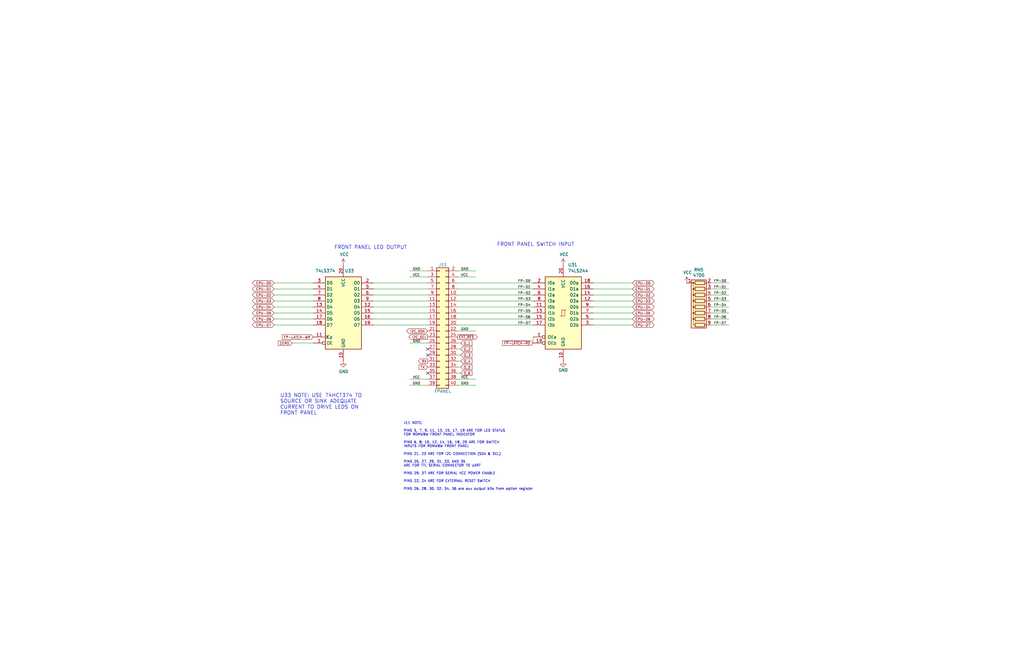
<source format=kicad_sch>
(kicad_sch (version 20211123) (generator eeschema)

  (uuid 2340b016-b90d-432d-884f-0e4647fe9b47)

  (paper "B")

  (title_block
    (title "Duodyne 65265 CPU board")
    (date "2025-04-12")
    (rev "V0.5")
  )

  (lib_symbols
    (symbol "74xx:74HCT374" (in_bom yes) (on_board yes)
      (property "Reference" "U" (id 0) (at -7.62 16.51 0)
        (effects (font (size 1.27 1.27)))
      )
      (property "Value" "74HCT374" (id 1) (at -7.62 -16.51 0)
        (effects (font (size 1.27 1.27)))
      )
      (property "Footprint" "" (id 2) (at 0 0 0)
        (effects (font (size 1.27 1.27)) hide)
      )
      (property "Datasheet" "https://www.ti.com/lit/ds/symlink/cd74hct374.pdf" (id 3) (at 0 0 0)
        (effects (font (size 1.27 1.27)) hide)
      )
      (property "ki_keywords" "HCTMOS DFF DFF8 REG 3State" (id 4) (at 0 0 0)
        (effects (font (size 1.27 1.27)) hide)
      )
      (property "ki_description" "8-bit Register, 3-state outputs" (id 5) (at 0 0 0)
        (effects (font (size 1.27 1.27)) hide)
      )
      (property "ki_fp_filters" "DIP?20* SOIC?20* SO?20*" (id 6) (at 0 0 0)
        (effects (font (size 1.27 1.27)) hide)
      )
      (symbol "74HCT374_1_0"
        (pin input inverted (at -12.7 -12.7 0) (length 5.08)
          (name "OE" (effects (font (size 1.27 1.27))))
          (number "1" (effects (font (size 1.27 1.27))))
        )
        (pin power_in line (at 0 -20.32 90) (length 5.08)
          (name "GND" (effects (font (size 1.27 1.27))))
          (number "10" (effects (font (size 1.27 1.27))))
        )
        (pin input clock (at -12.7 -10.16 0) (length 5.08)
          (name "Cp" (effects (font (size 1.27 1.27))))
          (number "11" (effects (font (size 1.27 1.27))))
        )
        (pin tri_state line (at 12.7 2.54 180) (length 5.08)
          (name "O4" (effects (font (size 1.27 1.27))))
          (number "12" (effects (font (size 1.27 1.27))))
        )
        (pin input line (at -12.7 2.54 0) (length 5.08)
          (name "D4" (effects (font (size 1.27 1.27))))
          (number "13" (effects (font (size 1.27 1.27))))
        )
        (pin input line (at -12.7 0 0) (length 5.08)
          (name "D5" (effects (font (size 1.27 1.27))))
          (number "14" (effects (font (size 1.27 1.27))))
        )
        (pin tri_state line (at 12.7 0 180) (length 5.08)
          (name "O5" (effects (font (size 1.27 1.27))))
          (number "15" (effects (font (size 1.27 1.27))))
        )
        (pin tri_state line (at 12.7 -2.54 180) (length 5.08)
          (name "O6" (effects (font (size 1.27 1.27))))
          (number "16" (effects (font (size 1.27 1.27))))
        )
        (pin input line (at -12.7 -2.54 0) (length 5.08)
          (name "D6" (effects (font (size 1.27 1.27))))
          (number "17" (effects (font (size 1.27 1.27))))
        )
        (pin input line (at -12.7 -5.08 0) (length 5.08)
          (name "D7" (effects (font (size 1.27 1.27))))
          (number "18" (effects (font (size 1.27 1.27))))
        )
        (pin tri_state line (at 12.7 -5.08 180) (length 5.08)
          (name "O7" (effects (font (size 1.27 1.27))))
          (number "19" (effects (font (size 1.27 1.27))))
        )
        (pin tri_state line (at 12.7 12.7 180) (length 5.08)
          (name "O0" (effects (font (size 1.27 1.27))))
          (number "2" (effects (font (size 1.27 1.27))))
        )
        (pin power_in line (at 0 20.32 270) (length 5.08)
          (name "VCC" (effects (font (size 1.27 1.27))))
          (number "20" (effects (font (size 1.27 1.27))))
        )
        (pin input line (at -12.7 12.7 0) (length 5.08)
          (name "D0" (effects (font (size 1.27 1.27))))
          (number "3" (effects (font (size 1.27 1.27))))
        )
        (pin input line (at -12.7 10.16 0) (length 5.08)
          (name "D1" (effects (font (size 1.27 1.27))))
          (number "4" (effects (font (size 1.27 1.27))))
        )
        (pin tri_state line (at 12.7 10.16 180) (length 5.08)
          (name "O1" (effects (font (size 1.27 1.27))))
          (number "5" (effects (font (size 1.27 1.27))))
        )
        (pin tri_state line (at 12.7 7.62 180) (length 5.08)
          (name "O2" (effects (font (size 1.27 1.27))))
          (number "6" (effects (font (size 1.27 1.27))))
        )
        (pin input line (at -12.7 7.62 0) (length 5.08)
          (name "D2" (effects (font (size 1.27 1.27))))
          (number "7" (effects (font (size 1.27 1.27))))
        )
        (pin input line (at -12.7 5.08 0) (length 5.08)
          (name "D3" (effects (font (size 1.27 1.27))))
          (number "8" (effects (font (size 1.27 1.27))))
        )
        (pin tri_state line (at 12.7 5.08 180) (length 5.08)
          (name "O3" (effects (font (size 1.27 1.27))))
          (number "9" (effects (font (size 1.27 1.27))))
        )
      )
      (symbol "74HCT374_1_1"
        (rectangle (start -7.62 15.24) (end 7.62 -15.24)
          (stroke (width 0.254) (type default) (color 0 0 0 0))
          (fill (type background))
        )
      )
    )
    (symbol "74xx:74LS244" (pin_names (offset 1.016)) (in_bom yes) (on_board yes)
      (property "Reference" "U" (id 0) (at -7.62 16.51 0)
        (effects (font (size 1.27 1.27)))
      )
      (property "Value" "74LS244" (id 1) (at -7.62 -16.51 0)
        (effects (font (size 1.27 1.27)))
      )
      (property "Footprint" "" (id 2) (at 0 0 0)
        (effects (font (size 1.27 1.27)) hide)
      )
      (property "Datasheet" "http://www.ti.com/lit/ds/symlink/sn74ls244.pdf" (id 3) (at 0 0 0)
        (effects (font (size 1.27 1.27)) hide)
      )
      (property "ki_keywords" "7400 logic ttl low power schottky" (id 4) (at 0 0 0)
        (effects (font (size 1.27 1.27)) hide)
      )
      (property "ki_description" "Octal Buffer and Line Driver With 3-State Output, active-low enables, non-inverting outputs" (id 5) (at 0 0 0)
        (effects (font (size 1.27 1.27)) hide)
      )
      (property "ki_fp_filters" "DIP?20*" (id 6) (at 0 0 0)
        (effects (font (size 1.27 1.27)) hide)
      )
      (symbol "74LS244_1_0"
        (polyline
          (pts
            (xy -0.635 -1.27)
            (xy -0.635 1.27)
            (xy 0.635 1.27)
          )
          (stroke (width 0) (type default) (color 0 0 0 0))
          (fill (type none))
        )
        (polyline
          (pts
            (xy -1.27 -1.27)
            (xy 0.635 -1.27)
            (xy 0.635 1.27)
            (xy 1.27 1.27)
          )
          (stroke (width 0) (type default) (color 0 0 0 0))
          (fill (type none))
        )
        (pin input inverted (at -12.7 -10.16 0) (length 5.08)
          (name "OEa" (effects (font (size 1.27 1.27))))
          (number "1" (effects (font (size 1.27 1.27))))
        )
        (pin power_in line (at 0 -20.32 90) (length 5.08)
          (name "GND" (effects (font (size 1.27 1.27))))
          (number "10" (effects (font (size 1.27 1.27))))
        )
        (pin input line (at -12.7 2.54 0) (length 5.08)
          (name "I0b" (effects (font (size 1.27 1.27))))
          (number "11" (effects (font (size 1.27 1.27))))
        )
        (pin tri_state line (at 12.7 5.08 180) (length 5.08)
          (name "O3a" (effects (font (size 1.27 1.27))))
          (number "12" (effects (font (size 1.27 1.27))))
        )
        (pin input line (at -12.7 0 0) (length 5.08)
          (name "I1b" (effects (font (size 1.27 1.27))))
          (number "13" (effects (font (size 1.27 1.27))))
        )
        (pin tri_state line (at 12.7 7.62 180) (length 5.08)
          (name "O2a" (effects (font (size 1.27 1.27))))
          (number "14" (effects (font (size 1.27 1.27))))
        )
        (pin input line (at -12.7 -2.54 0) (length 5.08)
          (name "I2b" (effects (font (size 1.27 1.27))))
          (number "15" (effects (font (size 1.27 1.27))))
        )
        (pin tri_state line (at 12.7 10.16 180) (length 5.08)
          (name "O1a" (effects (font (size 1.27 1.27))))
          (number "16" (effects (font (size 1.27 1.27))))
        )
        (pin input line (at -12.7 -5.08 0) (length 5.08)
          (name "I3b" (effects (font (size 1.27 1.27))))
          (number "17" (effects (font (size 1.27 1.27))))
        )
        (pin tri_state line (at 12.7 12.7 180) (length 5.08)
          (name "O0a" (effects (font (size 1.27 1.27))))
          (number "18" (effects (font (size 1.27 1.27))))
        )
        (pin input inverted (at -12.7 -12.7 0) (length 5.08)
          (name "OEb" (effects (font (size 1.27 1.27))))
          (number "19" (effects (font (size 1.27 1.27))))
        )
        (pin input line (at -12.7 12.7 0) (length 5.08)
          (name "I0a" (effects (font (size 1.27 1.27))))
          (number "2" (effects (font (size 1.27 1.27))))
        )
        (pin power_in line (at 0 20.32 270) (length 5.08)
          (name "VCC" (effects (font (size 1.27 1.27))))
          (number "20" (effects (font (size 1.27 1.27))))
        )
        (pin tri_state line (at 12.7 -5.08 180) (length 5.08)
          (name "O3b" (effects (font (size 1.27 1.27))))
          (number "3" (effects (font (size 1.27 1.27))))
        )
        (pin input line (at -12.7 10.16 0) (length 5.08)
          (name "I1a" (effects (font (size 1.27 1.27))))
          (number "4" (effects (font (size 1.27 1.27))))
        )
        (pin tri_state line (at 12.7 -2.54 180) (length 5.08)
          (name "O2b" (effects (font (size 1.27 1.27))))
          (number "5" (effects (font (size 1.27 1.27))))
        )
        (pin input line (at -12.7 7.62 0) (length 5.08)
          (name "I2a" (effects (font (size 1.27 1.27))))
          (number "6" (effects (font (size 1.27 1.27))))
        )
        (pin tri_state line (at 12.7 0 180) (length 5.08)
          (name "O1b" (effects (font (size 1.27 1.27))))
          (number "7" (effects (font (size 1.27 1.27))))
        )
        (pin input line (at -12.7 5.08 0) (length 5.08)
          (name "I3a" (effects (font (size 1.27 1.27))))
          (number "8" (effects (font (size 1.27 1.27))))
        )
        (pin tri_state line (at 12.7 2.54 180) (length 5.08)
          (name "O0b" (effects (font (size 1.27 1.27))))
          (number "9" (effects (font (size 1.27 1.27))))
        )
      )
      (symbol "74LS244_1_1"
        (rectangle (start -7.62 15.24) (end 7.62 -15.24)
          (stroke (width 0.254) (type default) (color 0 0 0 0))
          (fill (type background))
        )
      )
    )
    (symbol "Connector_Generic:Conn_02x20_Odd_Even" (pin_names (offset 1.016) hide) (in_bom yes) (on_board yes)
      (property "Reference" "J" (id 0) (at 1.27 25.4 0)
        (effects (font (size 1.27 1.27)))
      )
      (property "Value" "Conn_02x20_Odd_Even" (id 1) (at 1.27 -27.94 0)
        (effects (font (size 1.27 1.27)))
      )
      (property "Footprint" "" (id 2) (at 0 0 0)
        (effects (font (size 1.27 1.27)) hide)
      )
      (property "Datasheet" "~" (id 3) (at 0 0 0)
        (effects (font (size 1.27 1.27)) hide)
      )
      (property "ki_keywords" "connector" (id 4) (at 0 0 0)
        (effects (font (size 1.27 1.27)) hide)
      )
      (property "ki_description" "Generic connector, double row, 02x20, odd/even pin numbering scheme (row 1 odd numbers, row 2 even numbers), script generated (kicad-library-utils/schlib/autogen/connector/)" (id 5) (at 0 0 0)
        (effects (font (size 1.27 1.27)) hide)
      )
      (property "ki_fp_filters" "Connector*:*_2x??_*" (id 6) (at 0 0 0)
        (effects (font (size 1.27 1.27)) hide)
      )
      (symbol "Conn_02x20_Odd_Even_1_1"
        (rectangle (start -1.27 -25.273) (end 0 -25.527)
          (stroke (width 0.1524) (type default) (color 0 0 0 0))
          (fill (type none))
        )
        (rectangle (start -1.27 -22.733) (end 0 -22.987)
          (stroke (width 0.1524) (type default) (color 0 0 0 0))
          (fill (type none))
        )
        (rectangle (start -1.27 -20.193) (end 0 -20.447)
          (stroke (width 0.1524) (type default) (color 0 0 0 0))
          (fill (type none))
        )
        (rectangle (start -1.27 -17.653) (end 0 -17.907)
          (stroke (width 0.1524) (type default) (color 0 0 0 0))
          (fill (type none))
        )
        (rectangle (start -1.27 -15.113) (end 0 -15.367)
          (stroke (width 0.1524) (type default) (color 0 0 0 0))
          (fill (type none))
        )
        (rectangle (start -1.27 -12.573) (end 0 -12.827)
          (stroke (width 0.1524) (type default) (color 0 0 0 0))
          (fill (type none))
        )
        (rectangle (start -1.27 -10.033) (end 0 -10.287)
          (stroke (width 0.1524) (type default) (color 0 0 0 0))
          (fill (type none))
        )
        (rectangle (start -1.27 -7.493) (end 0 -7.747)
          (stroke (width 0.1524) (type default) (color 0 0 0 0))
          (fill (type none))
        )
        (rectangle (start -1.27 -4.953) (end 0 -5.207)
          (stroke (width 0.1524) (type default) (color 0 0 0 0))
          (fill (type none))
        )
        (rectangle (start -1.27 -2.413) (end 0 -2.667)
          (stroke (width 0.1524) (type default) (color 0 0 0 0))
          (fill (type none))
        )
        (rectangle (start -1.27 0.127) (end 0 -0.127)
          (stroke (width 0.1524) (type default) (color 0 0 0 0))
          (fill (type none))
        )
        (rectangle (start -1.27 2.667) (end 0 2.413)
          (stroke (width 0.1524) (type default) (color 0 0 0 0))
          (fill (type none))
        )
        (rectangle (start -1.27 5.207) (end 0 4.953)
          (stroke (width 0.1524) (type default) (color 0 0 0 0))
          (fill (type none))
        )
        (rectangle (start -1.27 7.747) (end 0 7.493)
          (stroke (width 0.1524) (type default) (color 0 0 0 0))
          (fill (type none))
        )
        (rectangle (start -1.27 10.287) (end 0 10.033)
          (stroke (width 0.1524) (type default) (color 0 0 0 0))
          (fill (type none))
        )
        (rectangle (start -1.27 12.827) (end 0 12.573)
          (stroke (width 0.1524) (type default) (color 0 0 0 0))
          (fill (type none))
        )
        (rectangle (start -1.27 15.367) (end 0 15.113)
          (stroke (width 0.1524) (type default) (color 0 0 0 0))
          (fill (type none))
        )
        (rectangle (start -1.27 17.907) (end 0 17.653)
          (stroke (width 0.1524) (type default) (color 0 0 0 0))
          (fill (type none))
        )
        (rectangle (start -1.27 20.447) (end 0 20.193)
          (stroke (width 0.1524) (type default) (color 0 0 0 0))
          (fill (type none))
        )
        (rectangle (start -1.27 22.987) (end 0 22.733)
          (stroke (width 0.1524) (type default) (color 0 0 0 0))
          (fill (type none))
        )
        (rectangle (start -1.27 24.13) (end 3.81 -26.67)
          (stroke (width 0.254) (type default) (color 0 0 0 0))
          (fill (type background))
        )
        (rectangle (start 3.81 -25.273) (end 2.54 -25.527)
          (stroke (width 0.1524) (type default) (color 0 0 0 0))
          (fill (type none))
        )
        (rectangle (start 3.81 -22.733) (end 2.54 -22.987)
          (stroke (width 0.1524) (type default) (color 0 0 0 0))
          (fill (type none))
        )
        (rectangle (start 3.81 -20.193) (end 2.54 -20.447)
          (stroke (width 0.1524) (type default) (color 0 0 0 0))
          (fill (type none))
        )
        (rectangle (start 3.81 -17.653) (end 2.54 -17.907)
          (stroke (width 0.1524) (type default) (color 0 0 0 0))
          (fill (type none))
        )
        (rectangle (start 3.81 -15.113) (end 2.54 -15.367)
          (stroke (width 0.1524) (type default) (color 0 0 0 0))
          (fill (type none))
        )
        (rectangle (start 3.81 -12.573) (end 2.54 -12.827)
          (stroke (width 0.1524) (type default) (color 0 0 0 0))
          (fill (type none))
        )
        (rectangle (start 3.81 -10.033) (end 2.54 -10.287)
          (stroke (width 0.1524) (type default) (color 0 0 0 0))
          (fill (type none))
        )
        (rectangle (start 3.81 -7.493) (end 2.54 -7.747)
          (stroke (width 0.1524) (type default) (color 0 0 0 0))
          (fill (type none))
        )
        (rectangle (start 3.81 -4.953) (end 2.54 -5.207)
          (stroke (width 0.1524) (type default) (color 0 0 0 0))
          (fill (type none))
        )
        (rectangle (start 3.81 -2.413) (end 2.54 -2.667)
          (stroke (width 0.1524) (type default) (color 0 0 0 0))
          (fill (type none))
        )
        (rectangle (start 3.81 0.127) (end 2.54 -0.127)
          (stroke (width 0.1524) (type default) (color 0 0 0 0))
          (fill (type none))
        )
        (rectangle (start 3.81 2.667) (end 2.54 2.413)
          (stroke (width 0.1524) (type default) (color 0 0 0 0))
          (fill (type none))
        )
        (rectangle (start 3.81 5.207) (end 2.54 4.953)
          (stroke (width 0.1524) (type default) (color 0 0 0 0))
          (fill (type none))
        )
        (rectangle (start 3.81 7.747) (end 2.54 7.493)
          (stroke (width 0.1524) (type default) (color 0 0 0 0))
          (fill (type none))
        )
        (rectangle (start 3.81 10.287) (end 2.54 10.033)
          (stroke (width 0.1524) (type default) (color 0 0 0 0))
          (fill (type none))
        )
        (rectangle (start 3.81 12.827) (end 2.54 12.573)
          (stroke (width 0.1524) (type default) (color 0 0 0 0))
          (fill (type none))
        )
        (rectangle (start 3.81 15.367) (end 2.54 15.113)
          (stroke (width 0.1524) (type default) (color 0 0 0 0))
          (fill (type none))
        )
        (rectangle (start 3.81 17.907) (end 2.54 17.653)
          (stroke (width 0.1524) (type default) (color 0 0 0 0))
          (fill (type none))
        )
        (rectangle (start 3.81 20.447) (end 2.54 20.193)
          (stroke (width 0.1524) (type default) (color 0 0 0 0))
          (fill (type none))
        )
        (rectangle (start 3.81 22.987) (end 2.54 22.733)
          (stroke (width 0.1524) (type default) (color 0 0 0 0))
          (fill (type none))
        )
        (pin passive line (at -5.08 22.86 0) (length 3.81)
          (name "Pin_1" (effects (font (size 1.27 1.27))))
          (number "1" (effects (font (size 1.27 1.27))))
        )
        (pin passive line (at 7.62 12.7 180) (length 3.81)
          (name "Pin_10" (effects (font (size 1.27 1.27))))
          (number "10" (effects (font (size 1.27 1.27))))
        )
        (pin passive line (at -5.08 10.16 0) (length 3.81)
          (name "Pin_11" (effects (font (size 1.27 1.27))))
          (number "11" (effects (font (size 1.27 1.27))))
        )
        (pin passive line (at 7.62 10.16 180) (length 3.81)
          (name "Pin_12" (effects (font (size 1.27 1.27))))
          (number "12" (effects (font (size 1.27 1.27))))
        )
        (pin passive line (at -5.08 7.62 0) (length 3.81)
          (name "Pin_13" (effects (font (size 1.27 1.27))))
          (number "13" (effects (font (size 1.27 1.27))))
        )
        (pin passive line (at 7.62 7.62 180) (length 3.81)
          (name "Pin_14" (effects (font (size 1.27 1.27))))
          (number "14" (effects (font (size 1.27 1.27))))
        )
        (pin passive line (at -5.08 5.08 0) (length 3.81)
          (name "Pin_15" (effects (font (size 1.27 1.27))))
          (number "15" (effects (font (size 1.27 1.27))))
        )
        (pin passive line (at 7.62 5.08 180) (length 3.81)
          (name "Pin_16" (effects (font (size 1.27 1.27))))
          (number "16" (effects (font (size 1.27 1.27))))
        )
        (pin passive line (at -5.08 2.54 0) (length 3.81)
          (name "Pin_17" (effects (font (size 1.27 1.27))))
          (number "17" (effects (font (size 1.27 1.27))))
        )
        (pin passive line (at 7.62 2.54 180) (length 3.81)
          (name "Pin_18" (effects (font (size 1.27 1.27))))
          (number "18" (effects (font (size 1.27 1.27))))
        )
        (pin passive line (at -5.08 0 0) (length 3.81)
          (name "Pin_19" (effects (font (size 1.27 1.27))))
          (number "19" (effects (font (size 1.27 1.27))))
        )
        (pin passive line (at 7.62 22.86 180) (length 3.81)
          (name "Pin_2" (effects (font (size 1.27 1.27))))
          (number "2" (effects (font (size 1.27 1.27))))
        )
        (pin passive line (at 7.62 0 180) (length 3.81)
          (name "Pin_20" (effects (font (size 1.27 1.27))))
          (number "20" (effects (font (size 1.27 1.27))))
        )
        (pin passive line (at -5.08 -2.54 0) (length 3.81)
          (name "Pin_21" (effects (font (size 1.27 1.27))))
          (number "21" (effects (font (size 1.27 1.27))))
        )
        (pin passive line (at 7.62 -2.54 180) (length 3.81)
          (name "Pin_22" (effects (font (size 1.27 1.27))))
          (number "22" (effects (font (size 1.27 1.27))))
        )
        (pin passive line (at -5.08 -5.08 0) (length 3.81)
          (name "Pin_23" (effects (font (size 1.27 1.27))))
          (number "23" (effects (font (size 1.27 1.27))))
        )
        (pin passive line (at 7.62 -5.08 180) (length 3.81)
          (name "Pin_24" (effects (font (size 1.27 1.27))))
          (number "24" (effects (font (size 1.27 1.27))))
        )
        (pin passive line (at -5.08 -7.62 0) (length 3.81)
          (name "Pin_25" (effects (font (size 1.27 1.27))))
          (number "25" (effects (font (size 1.27 1.27))))
        )
        (pin passive line (at 7.62 -7.62 180) (length 3.81)
          (name "Pin_26" (effects (font (size 1.27 1.27))))
          (number "26" (effects (font (size 1.27 1.27))))
        )
        (pin passive line (at -5.08 -10.16 0) (length 3.81)
          (name "Pin_27" (effects (font (size 1.27 1.27))))
          (number "27" (effects (font (size 1.27 1.27))))
        )
        (pin passive line (at 7.62 -10.16 180) (length 3.81)
          (name "Pin_28" (effects (font (size 1.27 1.27))))
          (number "28" (effects (font (size 1.27 1.27))))
        )
        (pin passive line (at -5.08 -12.7 0) (length 3.81)
          (name "Pin_29" (effects (font (size 1.27 1.27))))
          (number "29" (effects (font (size 1.27 1.27))))
        )
        (pin passive line (at -5.08 20.32 0) (length 3.81)
          (name "Pin_3" (effects (font (size 1.27 1.27))))
          (number "3" (effects (font (size 1.27 1.27))))
        )
        (pin passive line (at 7.62 -12.7 180) (length 3.81)
          (name "Pin_30" (effects (font (size 1.27 1.27))))
          (number "30" (effects (font (size 1.27 1.27))))
        )
        (pin passive line (at -5.08 -15.24 0) (length 3.81)
          (name "Pin_31" (effects (font (size 1.27 1.27))))
          (number "31" (effects (font (size 1.27 1.27))))
        )
        (pin passive line (at 7.62 -15.24 180) (length 3.81)
          (name "Pin_32" (effects (font (size 1.27 1.27))))
          (number "32" (effects (font (size 1.27 1.27))))
        )
        (pin passive line (at -5.08 -17.78 0) (length 3.81)
          (name "Pin_33" (effects (font (size 1.27 1.27))))
          (number "33" (effects (font (size 1.27 1.27))))
        )
        (pin passive line (at 7.62 -17.78 180) (length 3.81)
          (name "Pin_34" (effects (font (size 1.27 1.27))))
          (number "34" (effects (font (size 1.27 1.27))))
        )
        (pin passive line (at -5.08 -20.32 0) (length 3.81)
          (name "Pin_35" (effects (font (size 1.27 1.27))))
          (number "35" (effects (font (size 1.27 1.27))))
        )
        (pin passive line (at 7.62 -20.32 180) (length 3.81)
          (name "Pin_36" (effects (font (size 1.27 1.27))))
          (number "36" (effects (font (size 1.27 1.27))))
        )
        (pin passive line (at -5.08 -22.86 0) (length 3.81)
          (name "Pin_37" (effects (font (size 1.27 1.27))))
          (number "37" (effects (font (size 1.27 1.27))))
        )
        (pin passive line (at 7.62 -22.86 180) (length 3.81)
          (name "Pin_38" (effects (font (size 1.27 1.27))))
          (number "38" (effects (font (size 1.27 1.27))))
        )
        (pin passive line (at -5.08 -25.4 0) (length 3.81)
          (name "Pin_39" (effects (font (size 1.27 1.27))))
          (number "39" (effects (font (size 1.27 1.27))))
        )
        (pin passive line (at 7.62 20.32 180) (length 3.81)
          (name "Pin_4" (effects (font (size 1.27 1.27))))
          (number "4" (effects (font (size 1.27 1.27))))
        )
        (pin passive line (at 7.62 -25.4 180) (length 3.81)
          (name "Pin_40" (effects (font (size 1.27 1.27))))
          (number "40" (effects (font (size 1.27 1.27))))
        )
        (pin passive line (at -5.08 17.78 0) (length 3.81)
          (name "Pin_5" (effects (font (size 1.27 1.27))))
          (number "5" (effects (font (size 1.27 1.27))))
        )
        (pin passive line (at 7.62 17.78 180) (length 3.81)
          (name "Pin_6" (effects (font (size 1.27 1.27))))
          (number "6" (effects (font (size 1.27 1.27))))
        )
        (pin passive line (at -5.08 15.24 0) (length 3.81)
          (name "Pin_7" (effects (font (size 1.27 1.27))))
          (number "7" (effects (font (size 1.27 1.27))))
        )
        (pin passive line (at 7.62 15.24 180) (length 3.81)
          (name "Pin_8" (effects (font (size 1.27 1.27))))
          (number "8" (effects (font (size 1.27 1.27))))
        )
        (pin passive line (at -5.08 12.7 0) (length 3.81)
          (name "Pin_9" (effects (font (size 1.27 1.27))))
          (number "9" (effects (font (size 1.27 1.27))))
        )
      )
    )
    (symbol "Device:R_Network08" (pin_names (offset 0) hide) (in_bom yes) (on_board yes)
      (property "Reference" "RN" (id 0) (at -12.7 0 90)
        (effects (font (size 1.27 1.27)))
      )
      (property "Value" "R_Network08" (id 1) (at 10.16 0 90)
        (effects (font (size 1.27 1.27)))
      )
      (property "Footprint" "Resistor_THT:R_Array_SIP9" (id 2) (at 12.065 0 90)
        (effects (font (size 1.27 1.27)) hide)
      )
      (property "Datasheet" "http://www.vishay.com/docs/31509/csc.pdf" (id 3) (at 0 0 0)
        (effects (font (size 1.27 1.27)) hide)
      )
      (property "ki_keywords" "R network star-topology" (id 4) (at 0 0 0)
        (effects (font (size 1.27 1.27)) hide)
      )
      (property "ki_description" "8 resistor network, star topology, bussed resistors, small symbol" (id 5) (at 0 0 0)
        (effects (font (size 1.27 1.27)) hide)
      )
      (property "ki_fp_filters" "R?Array?SIP*" (id 6) (at 0 0 0)
        (effects (font (size 1.27 1.27)) hide)
      )
      (symbol "R_Network08_0_1"
        (rectangle (start -11.43 -3.175) (end 8.89 3.175)
          (stroke (width 0.254) (type default) (color 0 0 0 0))
          (fill (type background))
        )
        (rectangle (start -10.922 1.524) (end -9.398 -2.54)
          (stroke (width 0.254) (type default) (color 0 0 0 0))
          (fill (type none))
        )
        (circle (center -10.16 2.286) (radius 0.254)
          (stroke (width 0) (type default) (color 0 0 0 0))
          (fill (type outline))
        )
        (rectangle (start -8.382 1.524) (end -6.858 -2.54)
          (stroke (width 0.254) (type default) (color 0 0 0 0))
          (fill (type none))
        )
        (circle (center -7.62 2.286) (radius 0.254)
          (stroke (width 0) (type default) (color 0 0 0 0))
          (fill (type outline))
        )
        (rectangle (start -5.842 1.524) (end -4.318 -2.54)
          (stroke (width 0.254) (type default) (color 0 0 0 0))
          (fill (type none))
        )
        (circle (center -5.08 2.286) (radius 0.254)
          (stroke (width 0) (type default) (color 0 0 0 0))
          (fill (type outline))
        )
        (rectangle (start -3.302 1.524) (end -1.778 -2.54)
          (stroke (width 0.254) (type default) (color 0 0 0 0))
          (fill (type none))
        )
        (circle (center -2.54 2.286) (radius 0.254)
          (stroke (width 0) (type default) (color 0 0 0 0))
          (fill (type outline))
        )
        (rectangle (start -0.762 1.524) (end 0.762 -2.54)
          (stroke (width 0.254) (type default) (color 0 0 0 0))
          (fill (type none))
        )
        (polyline
          (pts
            (xy -10.16 -2.54)
            (xy -10.16 -3.81)
          )
          (stroke (width 0) (type default) (color 0 0 0 0))
          (fill (type none))
        )
        (polyline
          (pts
            (xy -7.62 -2.54)
            (xy -7.62 -3.81)
          )
          (stroke (width 0) (type default) (color 0 0 0 0))
          (fill (type none))
        )
        (polyline
          (pts
            (xy -5.08 -2.54)
            (xy -5.08 -3.81)
          )
          (stroke (width 0) (type default) (color 0 0 0 0))
          (fill (type none))
        )
        (polyline
          (pts
            (xy -2.54 -2.54)
            (xy -2.54 -3.81)
          )
          (stroke (width 0) (type default) (color 0 0 0 0))
          (fill (type none))
        )
        (polyline
          (pts
            (xy 0 -2.54)
            (xy 0 -3.81)
          )
          (stroke (width 0) (type default) (color 0 0 0 0))
          (fill (type none))
        )
        (polyline
          (pts
            (xy 2.54 -2.54)
            (xy 2.54 -3.81)
          )
          (stroke (width 0) (type default) (color 0 0 0 0))
          (fill (type none))
        )
        (polyline
          (pts
            (xy 5.08 -2.54)
            (xy 5.08 -3.81)
          )
          (stroke (width 0) (type default) (color 0 0 0 0))
          (fill (type none))
        )
        (polyline
          (pts
            (xy 7.62 -2.54)
            (xy 7.62 -3.81)
          )
          (stroke (width 0) (type default) (color 0 0 0 0))
          (fill (type none))
        )
        (polyline
          (pts
            (xy -10.16 1.524)
            (xy -10.16 2.286)
            (xy -7.62 2.286)
            (xy -7.62 1.524)
          )
          (stroke (width 0) (type default) (color 0 0 0 0))
          (fill (type none))
        )
        (polyline
          (pts
            (xy -7.62 1.524)
            (xy -7.62 2.286)
            (xy -5.08 2.286)
            (xy -5.08 1.524)
          )
          (stroke (width 0) (type default) (color 0 0 0 0))
          (fill (type none))
        )
        (polyline
          (pts
            (xy -5.08 1.524)
            (xy -5.08 2.286)
            (xy -2.54 2.286)
            (xy -2.54 1.524)
          )
          (stroke (width 0) (type default) (color 0 0 0 0))
          (fill (type none))
        )
        (polyline
          (pts
            (xy -2.54 1.524)
            (xy -2.54 2.286)
            (xy 0 2.286)
            (xy 0 1.524)
          )
          (stroke (width 0) (type default) (color 0 0 0 0))
          (fill (type none))
        )
        (polyline
          (pts
            (xy 0 1.524)
            (xy 0 2.286)
            (xy 2.54 2.286)
            (xy 2.54 1.524)
          )
          (stroke (width 0) (type default) (color 0 0 0 0))
          (fill (type none))
        )
        (polyline
          (pts
            (xy 2.54 1.524)
            (xy 2.54 2.286)
            (xy 5.08 2.286)
            (xy 5.08 1.524)
          )
          (stroke (width 0) (type default) (color 0 0 0 0))
          (fill (type none))
        )
        (polyline
          (pts
            (xy 5.08 1.524)
            (xy 5.08 2.286)
            (xy 7.62 2.286)
            (xy 7.62 1.524)
          )
          (stroke (width 0) (type default) (color 0 0 0 0))
          (fill (type none))
        )
        (circle (center 0 2.286) (radius 0.254)
          (stroke (width 0) (type default) (color 0 0 0 0))
          (fill (type outline))
        )
        (rectangle (start 1.778 1.524) (end 3.302 -2.54)
          (stroke (width 0.254) (type default) (color 0 0 0 0))
          (fill (type none))
        )
        (circle (center 2.54 2.286) (radius 0.254)
          (stroke (width 0) (type default) (color 0 0 0 0))
          (fill (type outline))
        )
        (rectangle (start 4.318 1.524) (end 5.842 -2.54)
          (stroke (width 0.254) (type default) (color 0 0 0 0))
          (fill (type none))
        )
        (circle (center 5.08 2.286) (radius 0.254)
          (stroke (width 0) (type default) (color 0 0 0 0))
          (fill (type outline))
        )
        (rectangle (start 6.858 1.524) (end 8.382 -2.54)
          (stroke (width 0.254) (type default) (color 0 0 0 0))
          (fill (type none))
        )
      )
      (symbol "R_Network08_1_1"
        (pin passive line (at -10.16 5.08 270) (length 2.54)
          (name "common" (effects (font (size 1.27 1.27))))
          (number "1" (effects (font (size 1.27 1.27))))
        )
        (pin passive line (at -10.16 -5.08 90) (length 1.27)
          (name "R1" (effects (font (size 1.27 1.27))))
          (number "2" (effects (font (size 1.27 1.27))))
        )
        (pin passive line (at -7.62 -5.08 90) (length 1.27)
          (name "R2" (effects (font (size 1.27 1.27))))
          (number "3" (effects (font (size 1.27 1.27))))
        )
        (pin passive line (at -5.08 -5.08 90) (length 1.27)
          (name "R3" (effects (font (size 1.27 1.27))))
          (number "4" (effects (font (size 1.27 1.27))))
        )
        (pin passive line (at -2.54 -5.08 90) (length 1.27)
          (name "R4" (effects (font (size 1.27 1.27))))
          (number "5" (effects (font (size 1.27 1.27))))
        )
        (pin passive line (at 0 -5.08 90) (length 1.27)
          (name "R5" (effects (font (size 1.27 1.27))))
          (number "6" (effects (font (size 1.27 1.27))))
        )
        (pin passive line (at 2.54 -5.08 90) (length 1.27)
          (name "R6" (effects (font (size 1.27 1.27))))
          (number "7" (effects (font (size 1.27 1.27))))
        )
        (pin passive line (at 5.08 -5.08 90) (length 1.27)
          (name "R7" (effects (font (size 1.27 1.27))))
          (number "8" (effects (font (size 1.27 1.27))))
        )
        (pin passive line (at 7.62 -5.08 90) (length 1.27)
          (name "R8" (effects (font (size 1.27 1.27))))
          (number "9" (effects (font (size 1.27 1.27))))
        )
      )
    )
    (symbol "power:GND" (power) (pin_names (offset 0)) (in_bom yes) (on_board yes)
      (property "Reference" "#PWR" (id 0) (at 0 -6.35 0)
        (effects (font (size 1.27 1.27)) hide)
      )
      (property "Value" "GND" (id 1) (at 0 -3.81 0)
        (effects (font (size 1.27 1.27)))
      )
      (property "Footprint" "" (id 2) (at 0 0 0)
        (effects (font (size 1.27 1.27)) hide)
      )
      (property "Datasheet" "" (id 3) (at 0 0 0)
        (effects (font (size 1.27 1.27)) hide)
      )
      (property "ki_keywords" "global power" (id 4) (at 0 0 0)
        (effects (font (size 1.27 1.27)) hide)
      )
      (property "ki_description" "Power symbol creates a global label with name \"GND\" , ground" (id 5) (at 0 0 0)
        (effects (font (size 1.27 1.27)) hide)
      )
      (symbol "GND_0_1"
        (polyline
          (pts
            (xy 0 0)
            (xy 0 -1.27)
            (xy 1.27 -1.27)
            (xy 0 -2.54)
            (xy -1.27 -1.27)
            (xy 0 -1.27)
          )
          (stroke (width 0) (type default) (color 0 0 0 0))
          (fill (type none))
        )
      )
      (symbol "GND_1_1"
        (pin power_in line (at 0 0 270) (length 0) hide
          (name "GND" (effects (font (size 1.27 1.27))))
          (number "1" (effects (font (size 1.27 1.27))))
        )
      )
    )
    (symbol "power:VCC" (power) (pin_names (offset 0)) (in_bom yes) (on_board yes)
      (property "Reference" "#PWR" (id 0) (at 0 -3.81 0)
        (effects (font (size 1.27 1.27)) hide)
      )
      (property "Value" "VCC" (id 1) (at 0 3.81 0)
        (effects (font (size 1.27 1.27)))
      )
      (property "Footprint" "" (id 2) (at 0 0 0)
        (effects (font (size 1.27 1.27)) hide)
      )
      (property "Datasheet" "" (id 3) (at 0 0 0)
        (effects (font (size 1.27 1.27)) hide)
      )
      (property "ki_keywords" "global power" (id 4) (at 0 0 0)
        (effects (font (size 1.27 1.27)) hide)
      )
      (property "ki_description" "Power symbol creates a global label with name \"VCC\"" (id 5) (at 0 0 0)
        (effects (font (size 1.27 1.27)) hide)
      )
      (symbol "VCC_0_1"
        (polyline
          (pts
            (xy -0.762 1.27)
            (xy 0 2.54)
          )
          (stroke (width 0) (type default) (color 0 0 0 0))
          (fill (type none))
        )
        (polyline
          (pts
            (xy 0 0)
            (xy 0 2.54)
          )
          (stroke (width 0) (type default) (color 0 0 0 0))
          (fill (type none))
        )
        (polyline
          (pts
            (xy 0 2.54)
            (xy 0.762 1.27)
          )
          (stroke (width 0) (type default) (color 0 0 0 0))
          (fill (type none))
        )
      )
      (symbol "VCC_1_1"
        (pin power_in line (at 0 0 90) (length 0) hide
          (name "VCC" (effects (font (size 1.27 1.27))))
          (number "1" (effects (font (size 1.27 1.27))))
        )
      )
    )
  )


  (no_connect (at 180.34 157.48) (uuid 20e3c880-6a02-4fa9-8a81-275c88bd98f1))
  (no_connect (at 180.34 149.86) (uuid 2d26394f-250d-4888-98e8-7e809d989e69))
  (no_connect (at 180.34 147.32) (uuid f27f0418-6294-4623-a19b-4df41eeffb1e))

  (wire (pts (xy 193.04 114.3) (xy 200.66 114.3))
    (stroke (width 0) (type default) (color 0 0 0 0))
    (uuid 00d5019e-dad5-438c-bb22-dc6eb57aead2)
  )
  (wire (pts (xy 115.57 127) (xy 132.08 127))
    (stroke (width 0) (type default) (color 0 0 0 0))
    (uuid 0190f522-686b-459e-92bd-09c57b9cbd93)
  )
  (wire (pts (xy 299.72 127) (xy 307.34 127))
    (stroke (width 0) (type default) (color 0 0 0 0))
    (uuid 027ef838-367d-479d-aa5b-59398e12def7)
  )
  (wire (pts (xy 299.72 129.54) (xy 307.34 129.54))
    (stroke (width 0) (type default) (color 0 0 0 0))
    (uuid 066126d0-78a4-4050-873d-8b2e2c8ca89b)
  )
  (wire (pts (xy 250.19 121.92) (xy 266.7 121.92))
    (stroke (width 0) (type default) (color 0 0 0 0))
    (uuid 0af714a7-c28b-4b28-9ae3-19ed7e503040)
  )
  (wire (pts (xy 193.04 121.92) (xy 224.79 121.92))
    (stroke (width 0) (type default) (color 0 0 0 0))
    (uuid 0d0282e6-d1dc-4beb-a644-bca4425abd40)
  )
  (wire (pts (xy 157.48 134.62) (xy 180.34 134.62))
    (stroke (width 0) (type default) (color 0 0 0 0))
    (uuid 0f45e4e1-08f0-421a-8bfe-37b29c6de6c9)
  )
  (wire (pts (xy 115.57 134.62) (xy 132.08 134.62))
    (stroke (width 0) (type default) (color 0 0 0 0))
    (uuid 1512ccb7-32ae-406a-b12a-b847cd59eaa2)
  )
  (wire (pts (xy 193.04 124.46) (xy 224.79 124.46))
    (stroke (width 0) (type default) (color 0 0 0 0))
    (uuid 16d725b1-5c33-46d3-9b29-8cf402afdb8d)
  )
  (wire (pts (xy 224.79 142.24) (xy 224.79 144.78))
    (stroke (width 0) (type default) (color 0 0 0 0))
    (uuid 25922ea1-f77b-420a-a8d6-e27c37e14614)
  )
  (wire (pts (xy 172.72 160.02) (xy 180.34 160.02))
    (stroke (width 0) (type default) (color 0 0 0 0))
    (uuid 25995916-0065-42cc-92c1-21882e1d6aad)
  )
  (wire (pts (xy 172.72 162.56) (xy 180.34 162.56))
    (stroke (width 0) (type default) (color 0 0 0 0))
    (uuid 270506b0-0761-4803-a9db-92d4eabb999e)
  )
  (wire (pts (xy 172.72 114.3) (xy 180.34 114.3))
    (stroke (width 0) (type default) (color 0 0 0 0))
    (uuid 29cdba36-d177-44b0-9e3d-96ecc1d7f050)
  )
  (wire (pts (xy 193.04 119.38) (xy 224.79 119.38))
    (stroke (width 0) (type default) (color 0 0 0 0))
    (uuid 2fbcb071-663f-43a0-b237-df851233cff0)
  )
  (wire (pts (xy 193.04 154.94) (xy 194.31 154.94))
    (stroke (width 0) (type default) (color 0 0 0 0))
    (uuid 3309d2f4-048b-4658-a765-ec02121772b1)
  )
  (wire (pts (xy 193.04 160.02) (xy 200.66 160.02))
    (stroke (width 0) (type default) (color 0 0 0 0))
    (uuid 35fc9345-531c-4712-a784-e1d4f043afe8)
  )
  (wire (pts (xy 250.19 124.46) (xy 266.7 124.46))
    (stroke (width 0) (type default) (color 0 0 0 0))
    (uuid 41cf4a52-64a7-4fc1-bb0b-db7e8c0d116d)
  )
  (wire (pts (xy 115.57 129.54) (xy 132.08 129.54))
    (stroke (width 0) (type default) (color 0 0 0 0))
    (uuid 4219d084-5b28-4699-b4ee-568e7d81b6e7)
  )
  (wire (pts (xy 250.19 129.54) (xy 266.7 129.54))
    (stroke (width 0) (type default) (color 0 0 0 0))
    (uuid 4826ffbd-0005-4330-869e-6a169d2643c8)
  )
  (wire (pts (xy 172.72 144.78) (xy 180.34 144.78))
    (stroke (width 0) (type default) (color 0 0 0 0))
    (uuid 4d8265f0-54c5-4f83-a005-d547f7d54087)
  )
  (wire (pts (xy 193.04 116.84) (xy 200.66 116.84))
    (stroke (width 0) (type default) (color 0 0 0 0))
    (uuid 4eb56db1-0d96-451e-96cc-1271dfcb2862)
  )
  (wire (pts (xy 172.72 116.84) (xy 180.34 116.84))
    (stroke (width 0) (type default) (color 0 0 0 0))
    (uuid 516a8c44-f0b5-4ec9-86e3-0eb0111d8944)
  )
  (wire (pts (xy 193.04 129.54) (xy 224.79 129.54))
    (stroke (width 0) (type default) (color 0 0 0 0))
    (uuid 51aab73e-b386-4bfd-a80a-cc39628b7afe)
  )
  (wire (pts (xy 299.72 132.08) (xy 307.34 132.08))
    (stroke (width 0) (type default) (color 0 0 0 0))
    (uuid 54ea0198-81fc-4b89-9e97-3198c97e5c4c)
  )
  (wire (pts (xy 193.04 132.08) (xy 224.79 132.08))
    (stroke (width 0) (type default) (color 0 0 0 0))
    (uuid 54ea13fe-362f-4e00-99be-f263d30a1f58)
  )
  (wire (pts (xy 115.57 124.46) (xy 132.08 124.46))
    (stroke (width 0) (type default) (color 0 0 0 0))
    (uuid 5663125d-1cfb-434a-bd29-79fbc12f644b)
  )
  (wire (pts (xy 157.48 137.16) (xy 180.34 137.16))
    (stroke (width 0) (type default) (color 0 0 0 0))
    (uuid 5b5dfd9b-0921-40d8-b309-431876db89f6)
  )
  (wire (pts (xy 299.72 134.62) (xy 307.34 134.62))
    (stroke (width 0) (type default) (color 0 0 0 0))
    (uuid 5eef0489-43ca-40e7-b7cc-35ce14f83279)
  )
  (wire (pts (xy 193.04 137.16) (xy 224.79 137.16))
    (stroke (width 0) (type default) (color 0 0 0 0))
    (uuid 68118f57-080b-433e-86fa-f22123926d6a)
  )
  (wire (pts (xy 157.48 124.46) (xy 180.34 124.46))
    (stroke (width 0) (type default) (color 0 0 0 0))
    (uuid 6eaa2135-ea16-4c3d-8cf4-4d0411a1fc39)
  )
  (wire (pts (xy 250.19 127) (xy 266.7 127))
    (stroke (width 0) (type default) (color 0 0 0 0))
    (uuid 72c0e8e0-03d7-48a3-ab4e-8329c756fdb7)
  )
  (wire (pts (xy 250.19 119.38) (xy 266.7 119.38))
    (stroke (width 0) (type default) (color 0 0 0 0))
    (uuid 7d1ea3fb-9eb7-4106-acce-cdf90779806e)
  )
  (wire (pts (xy 157.48 121.92) (xy 180.34 121.92))
    (stroke (width 0) (type default) (color 0 0 0 0))
    (uuid 838e3173-70dd-442f-a807-c4fc2d6ffd57)
  )
  (wire (pts (xy 157.48 129.54) (xy 180.34 129.54))
    (stroke (width 0) (type default) (color 0 0 0 0))
    (uuid 85dffa98-84eb-4e27-b7bf-20ac28163444)
  )
  (wire (pts (xy 299.72 137.16) (xy 307.34 137.16))
    (stroke (width 0) (type default) (color 0 0 0 0))
    (uuid 891ecf78-4180-411f-a535-2845b1a36e90)
  )
  (wire (pts (xy 115.57 119.38) (xy 132.08 119.38))
    (stroke (width 0) (type default) (color 0 0 0 0))
    (uuid 90fca627-dcab-4d23-9641-8c2aaabbfd69)
  )
  (wire (pts (xy 193.04 162.56) (xy 200.66 162.56))
    (stroke (width 0) (type default) (color 0 0 0 0))
    (uuid 92656fe1-604a-4841-acf6-b33987f829b9)
  )
  (wire (pts (xy 193.04 139.7) (xy 200.66 139.7))
    (stroke (width 0) (type default) (color 0 0 0 0))
    (uuid 92c44ce9-a483-4f68-91a3-6a2f217732ca)
  )
  (wire (pts (xy 115.57 132.08) (xy 132.08 132.08))
    (stroke (width 0) (type default) (color 0 0 0 0))
    (uuid 944126e7-c2e7-472c-931c-17fdf591c55b)
  )
  (wire (pts (xy 250.19 137.16) (xy 266.7 137.16))
    (stroke (width 0) (type default) (color 0 0 0 0))
    (uuid 958a28aa-9825-49b7-8c55-e09e896fa0bb)
  )
  (wire (pts (xy 115.57 137.16) (xy 132.08 137.16))
    (stroke (width 0) (type default) (color 0 0 0 0))
    (uuid a072e497-c901-492a-8ff7-2f49c33626eb)
  )
  (wire (pts (xy 193.04 134.62) (xy 224.79 134.62))
    (stroke (width 0) (type default) (color 0 0 0 0))
    (uuid ae79ca9d-00bc-4e10-adea-ae7907b54da0)
  )
  (wire (pts (xy 193.04 147.32) (xy 194.31 147.32))
    (stroke (width 0) (type default) (color 0 0 0 0))
    (uuid af3f7734-8e92-4e1c-8b87-7c9fc0a53f04)
  )
  (wire (pts (xy 193.04 127) (xy 224.79 127))
    (stroke (width 0) (type default) (color 0 0 0 0))
    (uuid b46d8eaf-6372-4b97-b140-5e72c822ab47)
  )
  (wire (pts (xy 193.04 152.4) (xy 194.31 152.4))
    (stroke (width 0) (type default) (color 0 0 0 0))
    (uuid b6096045-d067-4a81-b9cc-806f43de44b8)
  )
  (wire (pts (xy 193.04 144.78) (xy 194.31 144.78))
    (stroke (width 0) (type default) (color 0 0 0 0))
    (uuid bd5dbfad-01d9-4d13-91d9-2e449f6ba96e)
  )
  (wire (pts (xy 299.72 119.38) (xy 307.34 119.38))
    (stroke (width 0) (type default) (color 0 0 0 0))
    (uuid c0835ef4-23b1-4c61-93d1-a401d339c925)
  )
  (wire (pts (xy 157.48 127) (xy 180.34 127))
    (stroke (width 0) (type default) (color 0 0 0 0))
    (uuid ca8684f1-43f6-447f-989a-b9ba0417d005)
  )
  (wire (pts (xy 299.72 121.92) (xy 307.34 121.92))
    (stroke (width 0) (type default) (color 0 0 0 0))
    (uuid d1a9432f-7961-4ec0-8f7e-c14b1f041684)
  )
  (wire (pts (xy 193.04 149.86) (xy 194.31 149.86))
    (stroke (width 0) (type default) (color 0 0 0 0))
    (uuid d34e94cd-333c-4d72-8c60-618c9125f008)
  )
  (wire (pts (xy 193.04 157.48) (xy 194.31 157.48))
    (stroke (width 0) (type default) (color 0 0 0 0))
    (uuid daf4a7d2-e947-440e-9195-5d2e5e11a41f)
  )
  (wire (pts (xy 157.48 119.38) (xy 180.34 119.38))
    (stroke (width 0) (type default) (color 0 0 0 0))
    (uuid e976bd26-76c4-4855-9c68-68c0cf051a40)
  )
  (wire (pts (xy 250.19 132.08) (xy 266.7 132.08))
    (stroke (width 0) (type default) (color 0 0 0 0))
    (uuid e9bf94ab-5649-4325-8901-3249f4467c02)
  )
  (wire (pts (xy 157.48 132.08) (xy 180.34 132.08))
    (stroke (width 0) (type default) (color 0 0 0 0))
    (uuid f094bb59-755e-4e21-9015-c0a04e51a31b)
  )
  (wire (pts (xy 299.72 124.46) (xy 307.34 124.46))
    (stroke (width 0) (type default) (color 0 0 0 0))
    (uuid f1d39bfa-61ce-4384-8e09-11334db53049)
  )
  (wire (pts (xy 115.57 121.92) (xy 132.08 121.92))
    (stroke (width 0) (type default) (color 0 0 0 0))
    (uuid f44398af-b975-4c9e-9df0-04431d70a9b2)
  )
  (wire (pts (xy 123.19 144.78) (xy 132.08 144.78))
    (stroke (width 0) (type default) (color 0 0 0 0))
    (uuid f73c6fca-4c6a-4d37-90d8-531a4d54e504)
  )
  (wire (pts (xy 250.19 134.62) (xy 266.7 134.62))
    (stroke (width 0) (type default) (color 0 0 0 0))
    (uuid fcb27c3f-60d3-4156-91be-542910d9f3ad)
  )

  (text "J11 NOTE: \n\nPINS 5, 7, 9, 11, 13, 15, 17, 19 ARE FOR LED STATUS\nFOR ROMWBW FRONT PANEL INDICATOR\n\nPINS 6, 8, 10, 12, 14, 16, 18, 20 ARE FOR SWITCH\nINPUTS FOR ROMWBW FRONT PANEL\n\nPINS 21, 23 ARE FOR I2C CONNECTION (SDA & SCL)\n\nPINS 25, 27, 29, 31, 33, AND 35\nARE FOR TTL SERIAL CONNECTOR TO UART\n\nPINS 29, 37 ARE FOR SERIAL VCC POWER ENABLE\n\nPINS 22, 24 ARE FOR EXTERNAL RESET SWITCH\n\nPINS 26, 28, 30, 32, 34, 36 are aux output bits from option register"
    (at 170.18 207.01 0)
    (effects (font (size 1.016 1.016)) (justify left bottom))
    (uuid 4159996a-ac97-46ed-86d6-46c2cbe767fc)
  )
  (text "U33 NOTE: USE 74HCT374 TO\nSOURCE OR SINK ADEQUATE\nCURRENT TO DRIVE LEDS ON\nFRONT PANEL"
    (at 118.11 175.26 0)
    (effects (font (size 1.524 1.524)) (justify left bottom))
    (uuid 7068bd14-5954-4fd3-a3e8-938a75e0640e)
  )
  (text "FRONT PANEL SWITCH INPUT" (at 209.55 104.14 0)
    (effects (font (size 1.524 1.524)) (justify left bottom))
    (uuid a1446f79-1bfc-478d-8c0b-4b70723a34b5)
  )
  (text "FRONT PANEL LED OUTPUT" (at 140.97 105.41 0)
    (effects (font (size 1.524 1.524)) (justify left bottom))
    (uuid fac9108c-88bc-449c-a39d-f3405a05b530)
  )

  (label "FP-D4" (at 300.99 129.54 0)
    (effects (font (size 1.016 1.016)) (justify left bottom))
    (uuid 0cf3a87b-6305-47e2-a51a-6810c59124d2)
  )
  (label "FP-D6" (at 218.44 134.62 0)
    (effects (font (size 1.016 1.016)) (justify left bottom))
    (uuid 20d6afec-2435-4c10-9e4a-2345fffdcb1b)
  )
  (label "GND" (at 194.31 139.7 0)
    (effects (font (size 1.016 1.016)) (justify left bottom))
    (uuid 2102942e-957b-4033-ad13-204cb9b29c16)
  )
  (label "GND" (at 194.31 114.3 0)
    (effects (font (size 1.016 1.016)) (justify left bottom))
    (uuid 2e13ffc9-4bdf-405c-842d-805d02fe234b)
  )
  (label "GND" (at 173.99 162.56 0)
    (effects (font (size 1.016 1.016)) (justify left bottom))
    (uuid 591158ff-7a8b-425b-a5f6-3c113fdc415b)
  )
  (label "VCC" (at 194.31 160.02 0)
    (effects (font (size 1.016 1.016)) (justify left bottom))
    (uuid 6cc4e907-fd8c-41cc-9732-992e16cd18ea)
  )
  (label "VCC" (at 173.99 160.02 0)
    (effects (font (size 1.016 1.016)) (justify left bottom))
    (uuid 77b0627f-a4bd-4090-a9af-5d9ab68a4836)
  )
  (label "FP-D0" (at 218.44 119.38 0)
    (effects (font (size 1.016 1.016)) (justify left bottom))
    (uuid 78d6b790-497c-4ac6-a3ff-14914474b572)
  )
  (label "FP-D1" (at 300.99 121.92 0)
    (effects (font (size 1.016 1.016)) (justify left bottom))
    (uuid 7ece53d3-7464-4042-b87f-4591e22b6ede)
  )
  (label "VCC" (at 194.31 116.84 0)
    (effects (font (size 1.016 1.016)) (justify left bottom))
    (uuid 80b6d99e-d53b-424e-b232-f2d1d89238c4)
  )
  (label "FP-D1" (at 218.44 121.92 0)
    (effects (font (size 1.016 1.016)) (justify left bottom))
    (uuid 8f9e8088-6114-432b-8ae7-d318c6f57dca)
  )
  (label "FP-D2" (at 218.44 124.46 0)
    (effects (font (size 1.016 1.016)) (justify left bottom))
    (uuid 9e05ba35-45af-46dd-b499-c7f7091d5c60)
  )
  (label "FP-D5" (at 218.44 132.08 0)
    (effects (font (size 1.016 1.016)) (justify left bottom))
    (uuid a24f6b80-2a03-441b-a9da-a4c84c16fb59)
  )
  (label "FP-D7" (at 300.99 137.16 0)
    (effects (font (size 1.016 1.016)) (justify left bottom))
    (uuid a2b63c4a-09c5-4d47-8c02-f760c0f19e09)
  )
  (label "GND" (at 194.31 162.56 0)
    (effects (font (size 1.016 1.016)) (justify left bottom))
    (uuid afeaf584-e159-467f-a679-e6c073eb877a)
  )
  (label "FP-D0" (at 300.99 119.38 0)
    (effects (font (size 1.016 1.016)) (justify left bottom))
    (uuid b5c5298a-daac-4f10-b39a-64c304bd9918)
  )
  (label "FP-D3" (at 218.44 127 0)
    (effects (font (size 1.016 1.016)) (justify left bottom))
    (uuid c2b27ea6-603c-4deb-a557-ada2f3971798)
  )
  (label "VCC" (at 173.99 116.84 0)
    (effects (font (size 1.016 1.016)) (justify left bottom))
    (uuid ce92d992-8c40-4a1f-b561-693926735f2c)
  )
  (label "FP-D4" (at 218.44 129.54 0)
    (effects (font (size 1.016 1.016)) (justify left bottom))
    (uuid d1ff3edd-77f7-4e43-bc63-9d2bdf15477b)
  )
  (label "FP-D3" (at 300.99 127 0)
    (effects (font (size 1.016 1.016)) (justify left bottom))
    (uuid d71414da-811a-40db-a704-692f81595862)
  )
  (label "FP-D5" (at 300.99 132.08 0)
    (effects (font (size 1.016 1.016)) (justify left bottom))
    (uuid e4b9e225-d733-4824-9ed0-fcfe4123536e)
  )
  (label "FP-D6" (at 300.99 134.62 0)
    (effects (font (size 1.016 1.016)) (justify left bottom))
    (uuid eda5c6f6-5c6e-4425-949d-2bffb1fe2ffe)
  )
  (label "FP-D2" (at 300.99 124.46 0)
    (effects (font (size 1.016 1.016)) (justify left bottom))
    (uuid ee116fb2-b290-4401-b313-4f8312cc481e)
  )
  (label "FP-D7" (at 218.44 137.16 0)
    (effects (font (size 1.016 1.016)) (justify left bottom))
    (uuid f5b1fbab-6515-4d59-a9fd-83d22b682c3f)
  )
  (label "GND" (at 173.99 144.78 0)
    (effects (font (size 1.016 1.016)) (justify left bottom))
    (uuid f8770e3a-6472-4c3b-ae70-d5be688f130c)
  )
  (label "GND" (at 173.99 114.3 0)
    (effects (font (size 1.016 1.016)) (justify left bottom))
    (uuid fa3a749e-553a-4fa8-9fe7-654966cbe7e8)
  )

  (global_label "O_1" (shape input) (at 194.31 144.78 0) (fields_autoplaced)
    (effects (font (size 1.016 1.016)) (justify left))
    (uuid 0174666d-fc6b-407e-873a-7b0551e4741c)
    (property "Intersheet References" "${INTERSHEET_REFS}" (id 0) (at 198.9754 144.7165 0)
      (effects (font (size 1.016 1.016)) (justify left) hide)
    )
  )
  (global_label "CPU-D5" (shape bidirectional) (at 266.7 132.08 0) (fields_autoplaced)
    (effects (font (size 1.016 1.016)) (justify left))
    (uuid 07f354ee-ee10-43f8-ae25-6d33efcb314d)
    (property "Intersheet References" "${INTERSHEET_REFS}" (id 0) (at 6.35 -1.27 0)
      (effects (font (size 1.27 1.27)) hide)
    )
  )
  (global_label "CPU-D6" (shape bidirectional) (at 115.57 134.62 180) (fields_autoplaced)
    (effects (font (size 1.016 1.016)) (justify right))
    (uuid 0832c523-ebc1-420d-9de6-92c075699ef4)
    (property "Intersheet References" "${INTERSHEET_REFS}" (id 0) (at -6.35 -1.27 0)
      (effects (font (size 1.27 1.27)) hide)
    )
  )
  (global_label "CPU-D7" (shape bidirectional) (at 115.57 137.16 180) (fields_autoplaced)
    (effects (font (size 1.016 1.016)) (justify right))
    (uuid 0ecf0aec-99e4-42ea-bdd8-da066b352f04)
    (property "Intersheet References" "${INTERSHEET_REFS}" (id 0) (at -6.35 -1.27 0)
      (effects (font (size 1.27 1.27)) hide)
    )
  )
  (global_label "~{EXT_RES}" (shape output) (at 193.04 142.24 0) (fields_autoplaced)
    (effects (font (size 1.016 1.016)) (justify left))
    (uuid 0fc0b1b4-6283-450f-b742-0ec86f3a8ed4)
    (property "Intersheet References" "${INTERSHEET_REFS}" (id 0) (at 201.2372 142.1765 0)
      (effects (font (size 1.016 1.016)) (justify left) hide)
    )
  )
  (global_label "TX" (shape input) (at 180.34 154.94 180) (fields_autoplaced)
    (effects (font (size 1.016 1.016)) (justify right))
    (uuid 1b2aed94-d51a-4430-aca9-3d57759998c3)
    (property "Intersheet References" "${INTERSHEET_REFS}" (id 0) (at 176.739 154.8765 0)
      (effects (font (size 1.016 1.016)) (justify right) hide)
    )
  )
  (global_label "I2C_SDA" (shape bidirectional) (at 180.34 139.7 180) (fields_autoplaced)
    (effects (font (size 1.016 1.016)) (justify right))
    (uuid 2c61e202-ce74-4d1a-845b-1fb01be2818b)
    (property "Intersheet References" "${INTERSHEET_REFS}" (id 0) (at 172.3847 139.6365 0)
      (effects (font (size 1.016 1.016)) (justify right) hide)
    )
  )
  (global_label "CPU-D0" (shape bidirectional) (at 115.57 119.38 180) (fields_autoplaced)
    (effects (font (size 1.016 1.016)) (justify right))
    (uuid 2da49b88-d48f-4545-9394-a72e420b8cf7)
    (property "Intersheet References" "${INTERSHEET_REFS}" (id 0) (at -6.35 -1.27 0)
      (effects (font (size 1.27 1.27)) hide)
    )
  )
  (global_label "CPU-D3" (shape bidirectional) (at 115.57 127 180) (fields_autoplaced)
    (effects (font (size 1.016 1.016)) (justify right))
    (uuid 2e03705b-31d1-42ca-a792-2dc53a925433)
    (property "Intersheet References" "${INTERSHEET_REFS}" (id 0) (at -6.35 -1.27 0)
      (effects (font (size 1.27 1.27)) hide)
    )
  )
  (global_label "RX" (shape output) (at 180.34 152.4 180) (fields_autoplaced)
    (effects (font (size 1.016 1.016)) (justify right))
    (uuid 34ee5310-4523-4070-ba59-f05f49fdb59a)
    (property "Intersheet References" "${INTERSHEET_REFS}" (id 0) (at 176.4971 152.3365 0)
      (effects (font (size 1.016 1.016)) (justify right) hide)
    )
  )
  (global_label "O_2" (shape input) (at 194.31 147.32 0) (fields_autoplaced)
    (effects (font (size 1.016 1.016)) (justify left))
    (uuid 4300beb1-2672-4979-8d36-1c8d1e301a93)
    (property "Intersheet References" "${INTERSHEET_REFS}" (id 0) (at 198.9754 147.2565 0)
      (effects (font (size 1.016 1.016)) (justify left) hide)
    )
  )
  (global_label "FP-LATCH-WR" (shape input) (at 132.08 142.24 180) (fields_autoplaced)
    (effects (font (size 1.016 1.016)) (justify right))
    (uuid 444088a7-36cd-4040-8dfc-bd863ab902aa)
    (property "Intersheet References" "${INTERSHEET_REFS}" (id 0) (at 119.0931 142.1765 0)
      (effects (font (size 1.016 1.016)) (justify right) hide)
    )
  )
  (global_label "CPU-D0" (shape bidirectional) (at 266.7 119.38 0) (fields_autoplaced)
    (effects (font (size 1.016 1.016)) (justify left))
    (uuid 5738e6f4-4199-4c5e-8928-f146d010ea0e)
    (property "Intersheet References" "${INTERSHEET_REFS}" (id 0) (at 6.35 -1.27 0)
      (effects (font (size 1.27 1.27)) hide)
    )
  )
  (global_label "CPU-D4" (shape bidirectional) (at 115.57 129.54 180) (fields_autoplaced)
    (effects (font (size 1.016 1.016)) (justify right))
    (uuid 62b0f1d9-b642-48ad-ac9b-6ddb165645ca)
    (property "Intersheet References" "${INTERSHEET_REFS}" (id 0) (at -6.35 -1.27 0)
      (effects (font (size 1.27 1.27)) hide)
    )
  )
  (global_label "CPU-D1" (shape bidirectional) (at 266.7 121.92 0) (fields_autoplaced)
    (effects (font (size 1.016 1.016)) (justify left))
    (uuid 67d86388-f34d-4ec9-afa1-8bd18aef116e)
    (property "Intersheet References" "${INTERSHEET_REFS}" (id 0) (at 6.35 -1.27 0)
      (effects (font (size 1.27 1.27)) hide)
    )
  )
  (global_label "CPU-D2" (shape bidirectional) (at 115.57 124.46 180) (fields_autoplaced)
    (effects (font (size 1.016 1.016)) (justify right))
    (uuid 6f5f1956-78c4-4809-a02a-d5a5d8afb970)
    (property "Intersheet References" "${INTERSHEET_REFS}" (id 0) (at -6.35 -1.27 0)
      (effects (font (size 1.27 1.27)) hide)
    )
  )
  (global_label "O_3" (shape input) (at 194.31 149.86 0) (fields_autoplaced)
    (effects (font (size 1.016 1.016)) (justify left))
    (uuid 7364959a-f695-43f3-a1ca-0e5c25cab593)
    (property "Intersheet References" "${INTERSHEET_REFS}" (id 0) (at 198.9754 149.7965 0)
      (effects (font (size 1.016 1.016)) (justify left) hide)
    )
  )
  (global_label "CPU-D5" (shape bidirectional) (at 115.57 132.08 180) (fields_autoplaced)
    (effects (font (size 1.016 1.016)) (justify right))
    (uuid 8243c37d-90de-485b-8046-908b2bd15c3b)
    (property "Intersheet References" "${INTERSHEET_REFS}" (id 0) (at -6.35 -1.27 0)
      (effects (font (size 1.27 1.27)) hide)
    )
  )
  (global_label "CPU-D4" (shape bidirectional) (at 266.7 129.54 0) (fields_autoplaced)
    (effects (font (size 1.016 1.016)) (justify left))
    (uuid 906a98d5-4226-4707-a940-567b82ba1f1d)
    (property "Intersheet References" "${INTERSHEET_REFS}" (id 0) (at 6.35 -1.27 0)
      (effects (font (size 1.27 1.27)) hide)
    )
  )
  (global_label "O_5" (shape input) (at 194.31 154.94 0) (fields_autoplaced)
    (effects (font (size 1.016 1.016)) (justify left))
    (uuid 9ccab1b3-027a-4718-9774-726094f19611)
    (property "Intersheet References" "${INTERSHEET_REFS}" (id 0) (at 198.9754 154.8765 0)
      (effects (font (size 1.016 1.016)) (justify left) hide)
    )
  )
  (global_label "CPU-D1" (shape bidirectional) (at 115.57 121.92 180) (fields_autoplaced)
    (effects (font (size 1.016 1.016)) (justify right))
    (uuid 9dedd466-f149-4d09-bc60-8ed0aad5bc83)
    (property "Intersheet References" "${INTERSHEET_REFS}" (id 0) (at -6.35 -1.27 0)
      (effects (font (size 1.27 1.27)) hide)
    )
  )
  (global_label "ZERO" (shape input) (at 123.19 144.78 180) (fields_autoplaced)
    (effects (font (size 1.016 1.016)) (justify right))
    (uuid a1680134-7f10-4925-a4d3-9201c286c613)
    (property "Intersheet References" "${INTERSHEET_REFS}" (id 0) (at -6.35 -1.27 0)
      (effects (font (size 1.27 1.27)) hide)
    )
  )
  (global_label "~{FP-LATCH-RD}" (shape input) (at 224.79 144.78 180) (fields_autoplaced)
    (effects (font (size 1.016 1.016)) (justify right))
    (uuid a4947953-75f1-47c8-bca8-2a2ef31fec06)
    (property "Intersheet References" "${INTERSHEET_REFS}" (id 0) (at 6.35 -1.27 0)
      (effects (font (size 1.27 1.27)) hide)
    )
  )
  (global_label "CPU-D3" (shape bidirectional) (at 266.7 127 0) (fields_autoplaced)
    (effects (font (size 1.016 1.016)) (justify left))
    (uuid ab27b92b-c1ba-444e-825d-6abf03baf728)
    (property "Intersheet References" "${INTERSHEET_REFS}" (id 0) (at 6.35 -1.27 0)
      (effects (font (size 1.27 1.27)) hide)
    )
  )
  (global_label "CPU-D7" (shape bidirectional) (at 266.7 137.16 0) (fields_autoplaced)
    (effects (font (size 1.016 1.016)) (justify left))
    (uuid ae4c0c69-e427-4e50-9ff0-42883f2f286d)
    (property "Intersheet References" "${INTERSHEET_REFS}" (id 0) (at 6.35 -1.27 0)
      (effects (font (size 1.27 1.27)) hide)
    )
  )
  (global_label "CPU-D2" (shape bidirectional) (at 266.7 124.46 0) (fields_autoplaced)
    (effects (font (size 1.016 1.016)) (justify left))
    (uuid cac97790-a74f-4120-9e15-ff5d77a38479)
    (property "Intersheet References" "${INTERSHEET_REFS}" (id 0) (at 6.35 -1.27 0)
      (effects (font (size 1.27 1.27)) hide)
    )
  )
  (global_label "O_6" (shape input) (at 194.31 157.48 0) (fields_autoplaced)
    (effects (font (size 1.016 1.016)) (justify left))
    (uuid d2ad0893-545b-43ab-8d80-826a9f415a57)
    (property "Intersheet References" "${INTERSHEET_REFS}" (id 0) (at 198.9754 157.4165 0)
      (effects (font (size 1.016 1.016)) (justify left) hide)
    )
  )
  (global_label "CPU-D6" (shape bidirectional) (at 266.7 134.62 0) (fields_autoplaced)
    (effects (font (size 1.016 1.016)) (justify left))
    (uuid e0108215-1867-4f37-b341-e75adac18cb6)
    (property "Intersheet References" "${INTERSHEET_REFS}" (id 0) (at 6.35 -1.27 0)
      (effects (font (size 1.27 1.27)) hide)
    )
  )
  (global_label "I2C_SCL" (shape output) (at 180.34 142.24 180) (fields_autoplaced)
    (effects (font (size 1.016 1.016)) (justify right))
    (uuid eb8b077b-4cff-4843-b96d-c9d4ecb84fd5)
    (property "Intersheet References" "${INTERSHEET_REFS}" (id 0) (at 173.2556 142.3035 0)
      (effects (font (size 1.016 1.016)) (justify right) hide)
    )
  )
  (global_label "O_4" (shape input) (at 194.31 152.4 0) (fields_autoplaced)
    (effects (font (size 1.016 1.016)) (justify left))
    (uuid fc51ddef-f271-4029-a888-72efc942fb2d)
    (property "Intersheet References" "${INTERSHEET_REFS}" (id 0) (at 198.9754 152.3365 0)
      (effects (font (size 1.016 1.016)) (justify left) hide)
    )
  )

  (symbol (lib_id "power:GND") (at 237.49 152.4 0) (unit 1)
    (in_bom yes) (on_board yes)
    (uuid 00000000-0000-0000-0000-00006417294b)
    (property "Reference" "#PWR0141" (id 0) (at 237.49 158.75 0)
      (effects (font (size 1.27 1.27)) hide)
    )
    (property "Value" "GND" (id 1) (at 237.49 156.21 0))
    (property "Footprint" "" (id 2) (at 237.49 152.4 0)
      (effects (font (size 1.27 1.27)) hide)
    )
    (property "Datasheet" "" (id 3) (at 237.49 152.4 0)
      (effects (font (size 1.27 1.27)) hide)
    )
    (pin "1" (uuid 62179514-e41c-4671-a289-182c55f6aacf))
  )

  (symbol (lib_id "power:VCC") (at 237.49 111.76 0) (unit 1)
    (in_bom yes) (on_board yes)
    (uuid 00000000-0000-0000-0000-000064172957)
    (property "Reference" "#PWR0142" (id 0) (at 237.49 115.57 0)
      (effects (font (size 1.27 1.27)) hide)
    )
    (property "Value" "VCC" (id 1) (at 237.871 107.3658 0))
    (property "Footprint" "" (id 2) (at 237.49 111.76 0)
      (effects (font (size 1.27 1.27)) hide)
    )
    (property "Datasheet" "" (id 3) (at 237.49 111.76 0)
      (effects (font (size 1.27 1.27)) hide)
    )
    (pin "1" (uuid 4f4d4bc8-3f1f-4219-90ee-d46a328eacd5))
  )

  (symbol (lib_id "Connector_Generic:Conn_02x20_Odd_Even") (at 185.42 137.16 0) (unit 1)
    (in_bom yes) (on_board yes)
    (uuid 00000000-0000-0000-0000-000064172976)
    (property "Reference" "J11" (id 0) (at 186.69 111.76 0))
    (property "Value" "FPANEL" (id 1) (at 186.69 165.1 0))
    (property "Footprint" "Connector_IDC:IDC-Header_2x20_P2.54mm_Horizontal" (id 2) (at 185.42 137.16 0)
      (effects (font (size 1.27 1.27)) hide)
    )
    (property "Datasheet" "~" (id 3) (at 185.42 137.16 0)
      (effects (font (size 1.27 1.27)) hide)
    )
    (pin "1" (uuid 870a190b-5141-41d7-a928-e531eff29b8e))
    (pin "10" (uuid d27bb53d-b8b9-40f1-968b-c5287b126bdd))
    (pin "11" (uuid 728a0cc3-195d-42da-8543-ac8cdbf0d3de))
    (pin "12" (uuid dd623f3f-41a0-4ad4-8643-800ffce71469))
    (pin "13" (uuid ffd62096-d520-4c32-a231-221cf63abeef))
    (pin "14" (uuid 87689655-7bc4-4d16-af1e-fde15a6b0f13))
    (pin "15" (uuid f12ee69c-55d4-4938-b733-28d7a2303c38))
    (pin "16" (uuid 9b368380-20ed-4528-ad18-6a017380caae))
    (pin "17" (uuid 8bd20223-811d-47c9-bef2-815f28e23b9a))
    (pin "18" (uuid d5fcbe18-b3fb-4268-8b80-d89bc4e3ffd0))
    (pin "19" (uuid f1e3053e-fc8a-4928-aa91-f9a2fe0c0657))
    (pin "2" (uuid 42022343-19d9-4788-84b4-e1317c384f7e))
    (pin "20" (uuid 41b30e2e-b21f-4708-b5b8-a4ee0c36165d))
    (pin "21" (uuid 41a300ab-455b-46de-b6d0-61d7e177edba))
    (pin "22" (uuid 0cc7ab7b-b062-4460-9cfc-bb6ecf4de659))
    (pin "23" (uuid 917ce8e0-09aa-4c8a-875a-9a52556289dd))
    (pin "24" (uuid 735214d2-eb7e-4294-9bab-327fdf2da120))
    (pin "25" (uuid 1e4a7af6-6eef-4fdd-9494-43261f137969))
    (pin "26" (uuid ab62e866-6a1d-445d-8042-2bef52f59d32))
    (pin "27" (uuid 654aa127-1140-40e9-abc6-a2a6f251dc90))
    (pin "28" (uuid 245d2b25-813f-4a96-9730-f59984d7219f))
    (pin "29" (uuid 561dc5fa-f406-4ab5-aad9-f8e087a8fad5))
    (pin "3" (uuid 1a03b595-2238-4663-95d8-d45df6b1c061))
    (pin "30" (uuid 14556885-1e2d-478a-9ea2-e10073d25e0b))
    (pin "31" (uuid 79319d33-c5b3-498c-b45c-e8e0781d28b5))
    (pin "32" (uuid 9171f18a-b8db-4119-8f28-b845a6d1b9ee))
    (pin "33" (uuid 98f05024-935c-44d6-8086-e92244f79327))
    (pin "34" (uuid 48d8267a-4115-4f53-ab52-ffe0e9fecec1))
    (pin "35" (uuid bdfa89f3-5ad2-4c3a-964f-262acbc32324))
    (pin "36" (uuid 0fc18bea-ab9b-4ca7-88d1-db2bd7f7e387))
    (pin "37" (uuid 061a18d6-b0a0-4e6b-bc9d-7b4c86a623f2))
    (pin "38" (uuid 88d69f86-93a0-4867-91d6-58c08f2c6599))
    (pin "39" (uuid 8d3d8b4c-d012-4f98-b4c1-43e34b29f331))
    (pin "4" (uuid 82fa2f4d-a7a5-4327-bc45-e9c6982846f5))
    (pin "40" (uuid 263eff5e-ecd3-4785-ae30-0707d2777f20))
    (pin "5" (uuid e5d148d4-76d4-41dc-81c7-ff71bc1432e6))
    (pin "6" (uuid e5787124-1932-4332-a8bf-83503a11cddb))
    (pin "7" (uuid 22dc74d9-706d-4cf8-9be4-d9d85318070b))
    (pin "8" (uuid 93d1f40b-0132-419a-9f5a-a4a51cbf44f3))
    (pin "9" (uuid fb37e893-0df4-4a68-8670-2a8848dda142))
  )

  (symbol (lib_id "Device:R_Network08") (at 294.64 129.54 90) (mirror x) (unit 1)
    (in_bom yes) (on_board yes)
    (uuid 00000000-0000-0000-0000-00006417297c)
    (property "Reference" "RN5" (id 0) (at 294.64 113.8682 90))
    (property "Value" "4700" (id 1) (at 294.64 116.1796 90))
    (property "Footprint" "Resistor_THT:R_Array_SIP9" (id 2) (at 294.64 141.605 90)
      (effects (font (size 1.27 1.27)) hide)
    )
    (property "Datasheet" "http://www.vishay.com/docs/31509/csc.pdf" (id 3) (at 294.64 129.54 0)
      (effects (font (size 1.27 1.27)) hide)
    )
    (pin "1" (uuid 0d6d4437-1726-4ff3-82ba-4f3cd32b3d57))
    (pin "2" (uuid 0c5e3703-7ebc-4beb-bb53-593c7f0bcd47))
    (pin "3" (uuid a08d3aab-0d01-4409-87e5-9423698cdd31))
    (pin "4" (uuid 91505ebd-5d83-474f-935a-c173eafc010d))
    (pin "5" (uuid d212ea47-88e3-48ac-909f-437a55884033))
    (pin "6" (uuid e7d8a691-38dc-4ce7-9aaa-e457e40f53c7))
    (pin "7" (uuid c423d9bc-dbb9-4046-bf92-6df5d9972687))
    (pin "8" (uuid 60baadd2-a92f-4622-a747-98b695ccd995))
    (pin "9" (uuid c0995c18-474b-4d5e-bb6a-80eec64ca662))
  )

  (symbol (lib_id "power:VCC") (at 289.56 119.38 0) (unit 1)
    (in_bom yes) (on_board yes)
    (uuid 00000000-0000-0000-0000-000064172992)
    (property "Reference" "#PWR0143" (id 0) (at 289.56 123.19 0)
      (effects (font (size 1.27 1.27)) hide)
    )
    (property "Value" "VCC" (id 1) (at 289.941 114.9858 0))
    (property "Footprint" "" (id 2) (at 289.56 119.38 0)
      (effects (font (size 1.27 1.27)) hide)
    )
    (property "Datasheet" "" (id 3) (at 289.56 119.38 0)
      (effects (font (size 1.27 1.27)) hide)
    )
    (pin "1" (uuid 36904dbf-9ae2-4e4d-a58e-f2bca4ad17e9))
  )

  (symbol (lib_id "power:GND") (at 144.78 152.4 0) (unit 1)
    (in_bom yes) (on_board yes)
    (uuid 00000000-0000-0000-0000-0000641729c1)
    (property "Reference" "#PWR0144" (id 0) (at 144.78 158.75 0)
      (effects (font (size 1.27 1.27)) hide)
    )
    (property "Value" "GND" (id 1) (at 144.907 156.7942 0))
    (property "Footprint" "" (id 2) (at 144.78 152.4 0)
      (effects (font (size 1.27 1.27)) hide)
    )
    (property "Datasheet" "" (id 3) (at 144.78 152.4 0)
      (effects (font (size 1.27 1.27)) hide)
    )
    (pin "1" (uuid 10e09140-2036-4aaf-b063-88aa48bb4a62))
  )

  (symbol (lib_id "power:VCC") (at 144.78 111.76 0) (unit 1)
    (in_bom yes) (on_board yes)
    (uuid 00000000-0000-0000-0000-0000641729c7)
    (property "Reference" "#PWR0145" (id 0) (at 144.78 115.57 0)
      (effects (font (size 1.27 1.27)) hide)
    )
    (property "Value" "VCC" (id 1) (at 145.161 107.3658 0))
    (property "Footprint" "" (id 2) (at 144.78 111.76 0)
      (effects (font (size 1.27 1.27)) hide)
    )
    (property "Datasheet" "" (id 3) (at 144.78 111.76 0)
      (effects (font (size 1.27 1.27)) hide)
    )
    (pin "1" (uuid 2ce47c0b-6062-41ff-ba88-c9dcce481f37))
  )

  (symbol (lib_id "74xx:74HCT374") (at 144.78 132.08 0) (unit 1)
    (in_bom yes) (on_board yes)
    (uuid 00000000-0000-0000-0000-0000641729f8)
    (property "Reference" "U33" (id 0) (at 147.32 114.3 0))
    (property "Value" "74LS374" (id 1) (at 137.16 114.3 0))
    (property "Footprint" "Package_DIP:DIP-20_W7.62mm_Socket_LongPads" (id 2) (at 144.78 132.08 0)
      (effects (font (size 1.27 1.27)) hide)
    )
    (property "Datasheet" "https://www.ti.com/lit/ds/symlink/cd74hct374.pdf" (id 3) (at 144.78 132.08 0)
      (effects (font (size 1.27 1.27)) hide)
    )
    (pin "1" (uuid 5db270b1-9f1b-4641-8684-faf27eda9f72))
    (pin "10" (uuid 1b772e29-3e4e-4581-b101-750769dce410))
    (pin "11" (uuid a4c00a11-dc01-4b44-a642-fef7223901e3))
    (pin "12" (uuid 9651ed59-cf1e-4f37-8203-f5becbe6ca00))
    (pin "13" (uuid dc80769b-6ee3-4efe-b1dc-1ca3a75598e2))
    (pin "14" (uuid 49066392-0790-4085-a1ba-e029a25bceda))
    (pin "15" (uuid 2b14a36a-5b9a-4e9b-bb9c-c325ef2b8cc7))
    (pin "16" (uuid c6217d57-2cf9-4568-834f-0af15c4be260))
    (pin "17" (uuid e2fc44b4-5eb1-4231-888d-1739e422c18f))
    (pin "18" (uuid 34656aed-da89-4b85-9cbf-bb86a4e936cb))
    (pin "19" (uuid d81c8f6b-93de-4c9d-8c9e-04fa0448b899))
    (pin "2" (uuid 5e460223-8c9d-42b9-88cf-b2f6c5c0c182))
    (pin "20" (uuid 826a3e71-7127-4247-a569-2b4a90e65bc3))
    (pin "3" (uuid e1bba7be-e7f0-4212-9a80-c2d75d959677))
    (pin "4" (uuid e81d229b-5e7f-40a2-8cba-da89bebf568f))
    (pin "5" (uuid 46330492-4bc9-4a52-aed8-04b002add164))
    (pin "6" (uuid 93d23ef1-5c3e-4e7b-97ae-50db8af76207))
    (pin "7" (uuid ecda17d1-9449-4ebb-81b3-7b1d54369496))
    (pin "8" (uuid 1ac272da-774d-4f7d-a885-920b8359acb9))
    (pin "9" (uuid 630f25f5-7bb3-46ca-9cf7-a3e5047c3e1f))
  )

  (symbol (lib_id "74xx:74LS244") (at 237.49 132.08 0) (unit 1)
    (in_bom yes) (on_board yes) (fields_autoplaced)
    (uuid 1dd8d7ca-42da-40db-aae7-ef2d595ecf67)
    (property "Reference" "U31" (id 0) (at 239.5094 111.76 0)
      (effects (font (size 1.27 1.27)) (justify left))
    )
    (property "Value" "74LS244" (id 1) (at 239.5094 114.3 0)
      (effects (font (size 1.27 1.27)) (justify left))
    )
    (property "Footprint" "Package_DIP:DIP-20_W7.62mm_Socket_LongPads" (id 2) (at 237.49 132.08 0)
      (effects (font (size 1.27 1.27)) hide)
    )
    (property "Datasheet" "http://www.ti.com/lit/ds/symlink/sn74ls244.pdf" (id 3) (at 237.49 132.08 0)
      (effects (font (size 1.27 1.27)) hide)
    )
    (pin "1" (uuid 5bbaf762-dbf5-43f0-89e7-50b93dc91984))
    (pin "10" (uuid 417a7527-d360-40ba-9969-31f15aa38c8d))
    (pin "11" (uuid 0dacc2d6-c37c-497b-9702-e8e6dccce029))
    (pin "12" (uuid d5bcd9d8-1e92-4976-84e4-e9877f03b3c9))
    (pin "13" (uuid ee10fcb3-0544-449e-be26-16df13580bb0))
    (pin "14" (uuid 6c9601cc-af99-4505-8c84-9c14d2242127))
    (pin "15" (uuid b706c250-20f4-4eb9-a56b-497dc4a60b29))
    (pin "16" (uuid b7f3ec6e-daf4-4460-80de-ed2bc47b95aa))
    (pin "17" (uuid 40f16734-6d60-4521-b661-7aad42faa5e7))
    (pin "18" (uuid a9dceb62-68bf-4ff6-b957-04f7a0314efc))
    (pin "19" (uuid d71af0c4-187d-41dd-b8d5-ceeb5558262d))
    (pin "2" (uuid 18da0162-efd6-46b2-b6bb-c8cdcd4a8b79))
    (pin "20" (uuid 4b31ad6e-ee1c-414f-bd8d-3723219a68da))
    (pin "3" (uuid f9192477-389f-419c-8769-a0dae0208f4d))
    (pin "4" (uuid 5a965b67-e0c1-4f74-9a0a-0dd8d4d0ceac))
    (pin "5" (uuid aba1ee23-bd88-450a-952a-1b1f1b90e75c))
    (pin "6" (uuid f6d35d1b-bf0f-434d-ac21-e92ec8e9710a))
    (pin "7" (uuid 859e3771-f9f2-48ee-9784-179d8edf489d))
    (pin "8" (uuid 1b5408e3-d9d3-48ca-8ee9-ffe9a70b5e18))
    (pin "9" (uuid 59a494d0-b742-4477-915d-769c6be7e052))
  )
)

</source>
